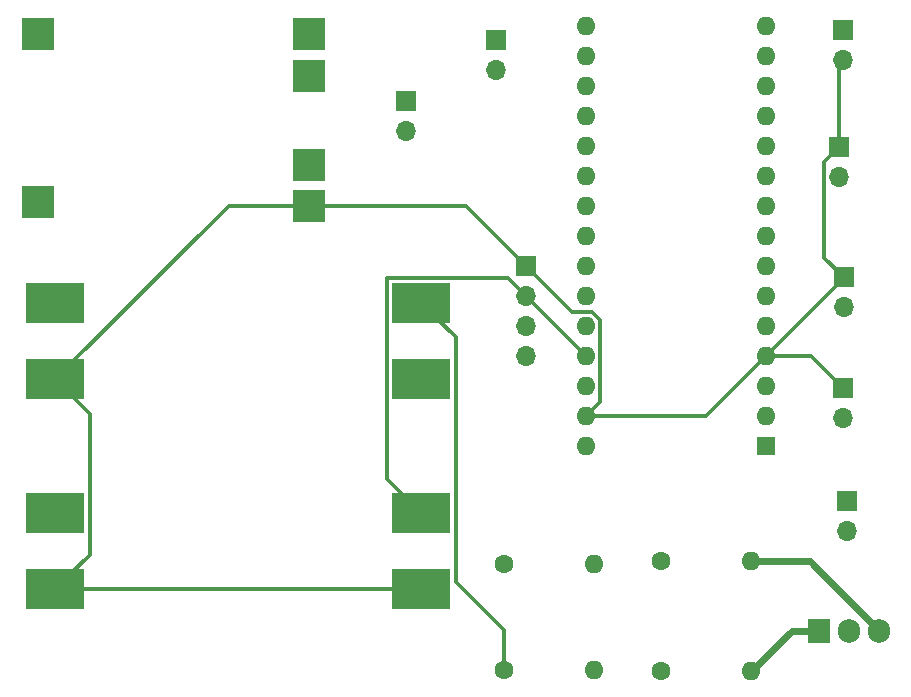
<source format=gbr>
%TF.GenerationSoftware,KiCad,Pcbnew,6.0.11+dfsg-1*%
%TF.CreationDate,2025-09-22T09:10:48+02:00*%
%TF.ProjectId,Rummikub_Timer,52756d6d-696b-4756-925f-54696d65722e,v1*%
%TF.SameCoordinates,Original*%
%TF.FileFunction,Copper,L2,Bot*%
%TF.FilePolarity,Positive*%
%FSLAX46Y46*%
G04 Gerber Fmt 4.6, Leading zero omitted, Abs format (unit mm)*
G04 Created by KiCad (PCBNEW 6.0.11+dfsg-1) date 2025-09-22 09:10:48*
%MOMM*%
%LPD*%
G01*
G04 APERTURE LIST*
%TA.AperFunction,ComponentPad*%
%ADD10R,1.600000X1.600000*%
%TD*%
%TA.AperFunction,ComponentPad*%
%ADD11O,1.600000X1.600000*%
%TD*%
%TA.AperFunction,ComponentPad*%
%ADD12R,1.905000X2.000000*%
%TD*%
%TA.AperFunction,ComponentPad*%
%ADD13O,1.905000X2.000000*%
%TD*%
%TA.AperFunction,ComponentPad*%
%ADD14R,1.700000X1.700000*%
%TD*%
%TA.AperFunction,ComponentPad*%
%ADD15O,1.700000X1.700000*%
%TD*%
%TA.AperFunction,ComponentPad*%
%ADD16R,5.000000X3.500000*%
%TD*%
%TA.AperFunction,ComponentPad*%
%ADD17C,1.600000*%
%TD*%
%TA.AperFunction,ComponentPad*%
%ADD18R,2.800000X2.800000*%
%TD*%
%TA.AperFunction,Conductor*%
%ADD19C,0.600000*%
%TD*%
%TA.AperFunction,Conductor*%
%ADD20C,0.300000*%
%TD*%
G04 APERTURE END LIST*
D10*
%TO.P,A1,1,D1/TX*%
%TO.N,unconnected-(A1-Pad1)*%
X170794178Y-107239308D03*
D11*
%TO.P,A1,2,D0/RX*%
%TO.N,unconnected-(A1-Pad2)*%
X170794178Y-104699308D03*
%TO.P,A1,3,~{RESET}*%
%TO.N,unconnected-(A1-Pad3)*%
X170794178Y-102159308D03*
%TO.P,A1,4,GND*%
%TO.N,GND*%
X170794178Y-99619308D03*
%TO.P,A1,5,D2*%
%TO.N,Net-(A1-Pad5)*%
X170794178Y-97079308D03*
%TO.P,A1,6,D3*%
%TO.N,Net-(A1-Pad6)*%
X170794178Y-94539308D03*
%TO.P,A1,7,D4*%
%TO.N,Net-(A1-Pad7)*%
X170794178Y-91999308D03*
%TO.P,A1,8,D5*%
%TO.N,unconnected-(A1-Pad8)*%
X170794178Y-89459308D03*
%TO.P,A1,9,D6*%
%TO.N,unconnected-(A1-Pad9)*%
X170794178Y-86919308D03*
%TO.P,A1,10,D7*%
%TO.N,unconnected-(A1-Pad10)*%
X170794178Y-84379308D03*
%TO.P,A1,11,D8*%
%TO.N,unconnected-(A1-Pad11)*%
X170794178Y-81839308D03*
%TO.P,A1,12,D9*%
%TO.N,Net-(A1-Pad12)*%
X170794178Y-79299308D03*
%TO.P,A1,13,D10*%
%TO.N,Net-(A1-Pad13)*%
X170794178Y-76759308D03*
%TO.P,A1,14,D11*%
%TO.N,unconnected-(A1-Pad14)*%
X170794178Y-74219308D03*
%TO.P,A1,15,D12*%
%TO.N,unconnected-(A1-Pad15)*%
X170794178Y-71679308D03*
%TO.P,A1,16,D13*%
%TO.N,unconnected-(A1-Pad16)*%
X155554178Y-71679308D03*
%TO.P,A1,17,3V3*%
%TO.N,unconnected-(A1-Pad17)*%
X155554178Y-74219308D03*
%TO.P,A1,18,AREF*%
%TO.N,unconnected-(A1-Pad18)*%
X155554178Y-76759308D03*
%TO.P,A1,19,A0*%
%TO.N,unconnected-(A1-Pad19)*%
X155554178Y-79299308D03*
%TO.P,A1,20,A1*%
%TO.N,Net-(A1-Pad20)*%
X155554178Y-81839308D03*
%TO.P,A1,21,A2*%
%TO.N,unconnected-(A1-Pad21)*%
X155554178Y-84379308D03*
%TO.P,A1,22,A3*%
%TO.N,unconnected-(A1-Pad22)*%
X155554178Y-86919308D03*
%TO.P,A1,23,A4*%
%TO.N,Net-(A1-Pad23)*%
X155554178Y-89459308D03*
%TO.P,A1,24,A5*%
%TO.N,Net-(A1-Pad24)*%
X155554178Y-91999308D03*
%TO.P,A1,25,A6*%
%TO.N,unconnected-(A1-Pad25)*%
X155554178Y-94539308D03*
%TO.P,A1,26,A7*%
%TO.N,unconnected-(A1-Pad26)*%
X155554178Y-97079308D03*
%TO.P,A1,27,+5V*%
%TO.N,Net-(A1-Pad27)*%
X155554178Y-99619308D03*
%TO.P,A1,28,~{RESET}*%
%TO.N,unconnected-(A1-Pad28)*%
X155554178Y-102159308D03*
%TO.P,A1,29,GND*%
%TO.N,GND*%
X155554178Y-104699308D03*
%TO.P,A1,30,VIN*%
%TO.N,unconnected-(A1-Pad30)*%
X155554178Y-107239308D03*
%TD*%
D12*
%TO.P,Q1,1,D*%
%TO.N,Net-(Q1-Pad1)*%
X175260000Y-122865000D03*
D13*
%TO.P,Q1,2,G*%
%TO.N,Net-(Q1-Pad2)*%
X177800000Y-122865000D03*
%TO.P,Q1,3,S*%
%TO.N,GND*%
X180340000Y-122865000D03*
%TD*%
D14*
%TO.P,SW1,1,A*%
%TO.N,Net-(J2-Pad3)*%
X147901678Y-72829308D03*
D15*
%TO.P,SW1,2,B*%
%TO.N,Net-(J3-Pad1)*%
X147901678Y-75369308D03*
%TD*%
D16*
%TO.P,J3,1,VIN+*%
%TO.N,Net-(J3-Pad1)*%
X141624178Y-95149308D03*
%TO.P,J3,2,VIN-*%
%TO.N,GND*%
X141624178Y-101599308D03*
%TO.P,J3,3,VOUT+*%
%TO.N,Net-(A1-Pad27)*%
X110624178Y-95099308D03*
%TO.P,J3,4,VOUT-*%
%TO.N,GND*%
X110624178Y-101599308D03*
%TD*%
D17*
%TO.P,R3,1*%
%TO.N,Net-(J3-Pad1)*%
X148575530Y-126249308D03*
D11*
%TO.P,R3,2*%
%TO.N,Net-(A1-Pad20)*%
X156195530Y-126249308D03*
%TD*%
D14*
%TO.P,BZ1,1,-*%
%TO.N,Net-(A1-Pad12)*%
X177294540Y-72047018D03*
D15*
%TO.P,BZ1,2,+*%
%TO.N,GND*%
X177294540Y-74587018D03*
%TD*%
D17*
%TO.P,R1,1*%
%TO.N,Net-(Q1-Pad1)*%
X161914178Y-117017078D03*
D11*
%TO.P,R1,2*%
%TO.N,GND*%
X169534178Y-117017078D03*
%TD*%
D14*
%TO.P,J5,1,LED_+*%
%TO.N,Net-(J5-Pad1)*%
X177686678Y-111929308D03*
D15*
%TO.P,J5,2,LED_-*%
%TO.N,Net-(Q1-Pad2)*%
X177686678Y-114469308D03*
%TD*%
D17*
%TO.P,R4,1*%
%TO.N,Net-(A1-Pad20)*%
X148574202Y-117274822D03*
D11*
%TO.P,R4,2*%
%TO.N,GND*%
X156194202Y-117274822D03*
%TD*%
D14*
%TO.P,SW4,1,1*%
%TO.N,GND*%
X176974178Y-81929308D03*
D15*
%TO.P,SW4,2,2*%
%TO.N,Net-(A1-Pad7)*%
X176974178Y-84469308D03*
%TD*%
D14*
%TO.P,SW3,1,1*%
%TO.N,GND*%
X177369178Y-92969308D03*
D15*
%TO.P,SW3,2,2*%
%TO.N,Net-(A1-Pad6)*%
X177369178Y-95509308D03*
%TD*%
D16*
%TO.P,J4,1,VIN+*%
%TO.N,Net-(A1-Pad27)*%
X141624178Y-112929308D03*
%TO.P,J4,2,VIN-*%
%TO.N,GND*%
X141624178Y-119379308D03*
%TO.P,J4,3,VOUT+*%
%TO.N,Net-(J5-Pad1)*%
X110624178Y-112879308D03*
%TO.P,J4,4,VOUT-*%
%TO.N,GND*%
X110624178Y-119379308D03*
%TD*%
D14*
%TO.P,J6,1,GND*%
%TO.N,GND*%
X150484178Y-92009308D03*
D15*
%TO.P,J6,2,VDD*%
%TO.N,Net-(A1-Pad27)*%
X150484178Y-94549308D03*
%TO.P,J6,3,SCK*%
%TO.N,Net-(A1-Pad24)*%
X150484178Y-97089308D03*
%TO.P,J6,4,SBA*%
%TO.N,Net-(A1-Pad23)*%
X150484178Y-99629308D03*
%TD*%
D17*
%TO.P,R2,1*%
%TO.N,Net-(A1-Pad13)*%
X161914178Y-126289308D03*
D11*
%TO.P,R2,2*%
%TO.N,Net-(Q1-Pad1)*%
X169534178Y-126289308D03*
%TD*%
D14*
%TO.P,J1,1,Bat_+*%
%TO.N,Net-(J1-Pad1)*%
X140324178Y-78029308D03*
D15*
%TO.P,J1,2,Bat_-*%
%TO.N,Net-(J1-Pad2)*%
X140324178Y-80569308D03*
%TD*%
D18*
%TO.P,J2,1,5V*%
%TO.N,unconnected-(J2-Pad1)*%
X109180000Y-72390000D03*
%TO.P,J2,2,GND*%
%TO.N,unconnected-(J2-Pad2)*%
X109180000Y-86590000D03*
%TO.P,J2,3,OUT+*%
%TO.N,Net-(J2-Pad3)*%
X132080000Y-72390000D03*
%TO.P,J2,4,OUT-*%
%TO.N,GND*%
X132080000Y-86890000D03*
%TO.P,J2,5,B+*%
%TO.N,Net-(J1-Pad1)*%
X132080000Y-75890000D03*
%TO.P,J2,6,B-*%
%TO.N,Net-(J1-Pad2)*%
X132080000Y-83490000D03*
%TD*%
D14*
%TO.P,SW2,1,1*%
%TO.N,GND*%
X177284178Y-102339308D03*
D15*
%TO.P,SW2,2,2*%
%TO.N,Net-(A1-Pad5)*%
X177284178Y-104879308D03*
%TD*%
D19*
%TO.N,GND*%
X180340000Y-122865000D02*
X174492078Y-117017078D01*
X174492078Y-117017078D02*
X169534178Y-117017078D01*
%TO.N,Net-(Q1-Pad1)*%
X175260000Y-122865000D02*
X172958486Y-122865000D01*
X172958486Y-122865000D02*
X169534178Y-126289308D01*
D20*
%TO.N,GND*%
X132080000Y-86890000D02*
X145364870Y-86890000D01*
X156754178Y-96582251D02*
X156754178Y-103499308D01*
X113524178Y-104499308D02*
X113524178Y-116479308D01*
X175724178Y-83179308D02*
X176974178Y-81929308D01*
X113524178Y-116479308D02*
X110624178Y-119379308D01*
X177369178Y-92969308D02*
X175724178Y-91324308D01*
X154354178Y-95879308D02*
X156051235Y-95879308D01*
X141624178Y-119379308D02*
X110624178Y-119379308D01*
X125333486Y-86890000D02*
X110624178Y-101599308D01*
X174564178Y-99619308D02*
X177284178Y-102339308D01*
X170794178Y-99619308D02*
X174564178Y-99619308D01*
X175724178Y-91324308D02*
X175724178Y-83179308D01*
X132080000Y-86890000D02*
X125333486Y-86890000D01*
X176974178Y-74907380D02*
X177294540Y-74587018D01*
X156051235Y-95879308D02*
X156754178Y-96582251D01*
X150484178Y-92009308D02*
X154354178Y-95879308D01*
X170794178Y-99619308D02*
X177369178Y-93044308D01*
X110624178Y-101599308D02*
X113524178Y-104499308D01*
X155554178Y-104699308D02*
X165714178Y-104699308D01*
X176974178Y-81929308D02*
X176974178Y-74907380D01*
X156754178Y-103499308D02*
X155554178Y-104699308D01*
X177369178Y-93044308D02*
X177369178Y-92969308D01*
X165714178Y-104699308D02*
X170794178Y-99619308D01*
X145364870Y-86890000D02*
X150484178Y-92009308D01*
%TO.N,Net-(A1-Pad27)*%
X138724178Y-92999308D02*
X148934178Y-92999308D01*
X148934178Y-92999308D02*
X155554178Y-99619308D01*
X141624178Y-112929308D02*
X138724178Y-110029308D01*
X138724178Y-110029308D02*
X138724178Y-92999308D01*
%TO.N,Net-(J3-Pad1)*%
X144524178Y-118786096D02*
X148575530Y-122837448D01*
X148575530Y-122837448D02*
X148575530Y-126249308D01*
X144524178Y-98049308D02*
X144524178Y-118786096D01*
X141624178Y-95149308D02*
X144524178Y-98049308D01*
%TD*%
M02*

</source>
